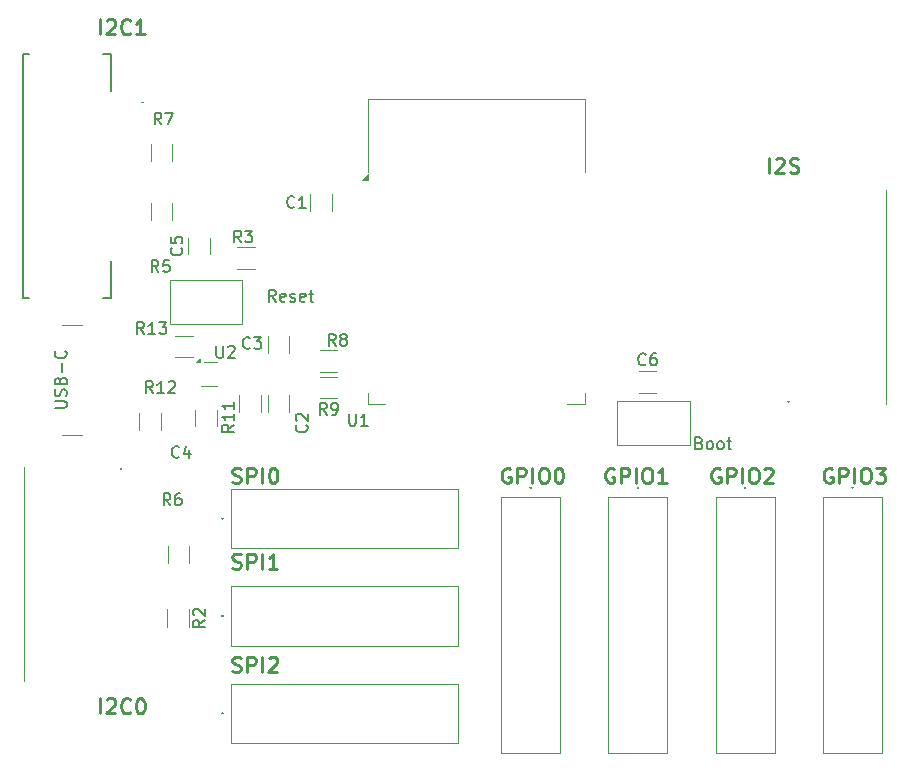
<source format=gbr>
%TF.GenerationSoftware,KiCad,Pcbnew,8.0.8*%
%TF.CreationDate,2025-04-03T15:34:39+02:00*%
%TF.ProjectId,MCU,4d43552e-6b69-4636-9164-5f7063625858,rev?*%
%TF.SameCoordinates,Original*%
%TF.FileFunction,Legend,Top*%
%TF.FilePolarity,Positive*%
%FSLAX46Y46*%
G04 Gerber Fmt 4.6, Leading zero omitted, Abs format (unit mm)*
G04 Created by KiCad (PCBNEW 8.0.8) date 2025-04-03 15:34:39*
%MOMM*%
%LPD*%
G01*
G04 APERTURE LIST*
%ADD10C,0.150000*%
%ADD11C,0.254000*%
%ADD12C,0.120000*%
%ADD13C,0.100000*%
%ADD14C,0.200000*%
G04 APERTURE END LIST*
D10*
X99804819Y-89960951D02*
X100614342Y-89960951D01*
X100614342Y-89960951D02*
X100709580Y-89913332D01*
X100709580Y-89913332D02*
X100757200Y-89865713D01*
X100757200Y-89865713D02*
X100804819Y-89770475D01*
X100804819Y-89770475D02*
X100804819Y-89579999D01*
X100804819Y-89579999D02*
X100757200Y-89484761D01*
X100757200Y-89484761D02*
X100709580Y-89437142D01*
X100709580Y-89437142D02*
X100614342Y-89389523D01*
X100614342Y-89389523D02*
X99804819Y-89389523D01*
X100757200Y-88960951D02*
X100804819Y-88818094D01*
X100804819Y-88818094D02*
X100804819Y-88579999D01*
X100804819Y-88579999D02*
X100757200Y-88484761D01*
X100757200Y-88484761D02*
X100709580Y-88437142D01*
X100709580Y-88437142D02*
X100614342Y-88389523D01*
X100614342Y-88389523D02*
X100519104Y-88389523D01*
X100519104Y-88389523D02*
X100423866Y-88437142D01*
X100423866Y-88437142D02*
X100376247Y-88484761D01*
X100376247Y-88484761D02*
X100328628Y-88579999D01*
X100328628Y-88579999D02*
X100281009Y-88770475D01*
X100281009Y-88770475D02*
X100233390Y-88865713D01*
X100233390Y-88865713D02*
X100185771Y-88913332D01*
X100185771Y-88913332D02*
X100090533Y-88960951D01*
X100090533Y-88960951D02*
X99995295Y-88960951D01*
X99995295Y-88960951D02*
X99900057Y-88913332D01*
X99900057Y-88913332D02*
X99852438Y-88865713D01*
X99852438Y-88865713D02*
X99804819Y-88770475D01*
X99804819Y-88770475D02*
X99804819Y-88532380D01*
X99804819Y-88532380D02*
X99852438Y-88389523D01*
X100281009Y-87627618D02*
X100328628Y-87484761D01*
X100328628Y-87484761D02*
X100376247Y-87437142D01*
X100376247Y-87437142D02*
X100471485Y-87389523D01*
X100471485Y-87389523D02*
X100614342Y-87389523D01*
X100614342Y-87389523D02*
X100709580Y-87437142D01*
X100709580Y-87437142D02*
X100757200Y-87484761D01*
X100757200Y-87484761D02*
X100804819Y-87579999D01*
X100804819Y-87579999D02*
X100804819Y-87960951D01*
X100804819Y-87960951D02*
X99804819Y-87960951D01*
X99804819Y-87960951D02*
X99804819Y-87627618D01*
X99804819Y-87627618D02*
X99852438Y-87532380D01*
X99852438Y-87532380D02*
X99900057Y-87484761D01*
X99900057Y-87484761D02*
X99995295Y-87437142D01*
X99995295Y-87437142D02*
X100090533Y-87437142D01*
X100090533Y-87437142D02*
X100185771Y-87484761D01*
X100185771Y-87484761D02*
X100233390Y-87532380D01*
X100233390Y-87532380D02*
X100281009Y-87627618D01*
X100281009Y-87627618D02*
X100281009Y-87960951D01*
X100423866Y-86960951D02*
X100423866Y-86199047D01*
X100709580Y-85151428D02*
X100757200Y-85199047D01*
X100757200Y-85199047D02*
X100804819Y-85341904D01*
X100804819Y-85341904D02*
X100804819Y-85437142D01*
X100804819Y-85437142D02*
X100757200Y-85579999D01*
X100757200Y-85579999D02*
X100661961Y-85675237D01*
X100661961Y-85675237D02*
X100566723Y-85722856D01*
X100566723Y-85722856D02*
X100376247Y-85770475D01*
X100376247Y-85770475D02*
X100233390Y-85770475D01*
X100233390Y-85770475D02*
X100042914Y-85722856D01*
X100042914Y-85722856D02*
X99947676Y-85675237D01*
X99947676Y-85675237D02*
X99852438Y-85579999D01*
X99852438Y-85579999D02*
X99804819Y-85437142D01*
X99804819Y-85437142D02*
X99804819Y-85341904D01*
X99804819Y-85341904D02*
X99852438Y-85199047D01*
X99852438Y-85199047D02*
X99900057Y-85151428D01*
X115583333Y-75954819D02*
X115250000Y-75478628D01*
X115011905Y-75954819D02*
X115011905Y-74954819D01*
X115011905Y-74954819D02*
X115392857Y-74954819D01*
X115392857Y-74954819D02*
X115488095Y-75002438D01*
X115488095Y-75002438D02*
X115535714Y-75050057D01*
X115535714Y-75050057D02*
X115583333Y-75145295D01*
X115583333Y-75145295D02*
X115583333Y-75288152D01*
X115583333Y-75288152D02*
X115535714Y-75383390D01*
X115535714Y-75383390D02*
X115488095Y-75431009D01*
X115488095Y-75431009D02*
X115392857Y-75478628D01*
X115392857Y-75478628D02*
X115011905Y-75478628D01*
X115916667Y-74954819D02*
X116535714Y-74954819D01*
X116535714Y-74954819D02*
X116202381Y-75335771D01*
X116202381Y-75335771D02*
X116345238Y-75335771D01*
X116345238Y-75335771D02*
X116440476Y-75383390D01*
X116440476Y-75383390D02*
X116488095Y-75431009D01*
X116488095Y-75431009D02*
X116535714Y-75526247D01*
X116535714Y-75526247D02*
X116535714Y-75764342D01*
X116535714Y-75764342D02*
X116488095Y-75859580D01*
X116488095Y-75859580D02*
X116440476Y-75907200D01*
X116440476Y-75907200D02*
X116345238Y-75954819D01*
X116345238Y-75954819D02*
X116059524Y-75954819D01*
X116059524Y-75954819D02*
X115964286Y-75907200D01*
X115964286Y-75907200D02*
X115916667Y-75859580D01*
X116333333Y-84859580D02*
X116285714Y-84907200D01*
X116285714Y-84907200D02*
X116142857Y-84954819D01*
X116142857Y-84954819D02*
X116047619Y-84954819D01*
X116047619Y-84954819D02*
X115904762Y-84907200D01*
X115904762Y-84907200D02*
X115809524Y-84811961D01*
X115809524Y-84811961D02*
X115761905Y-84716723D01*
X115761905Y-84716723D02*
X115714286Y-84526247D01*
X115714286Y-84526247D02*
X115714286Y-84383390D01*
X115714286Y-84383390D02*
X115761905Y-84192914D01*
X115761905Y-84192914D02*
X115809524Y-84097676D01*
X115809524Y-84097676D02*
X115904762Y-84002438D01*
X115904762Y-84002438D02*
X116047619Y-83954819D01*
X116047619Y-83954819D02*
X116142857Y-83954819D01*
X116142857Y-83954819D02*
X116285714Y-84002438D01*
X116285714Y-84002438D02*
X116333333Y-84050057D01*
X116666667Y-83954819D02*
X117285714Y-83954819D01*
X117285714Y-83954819D02*
X116952381Y-84335771D01*
X116952381Y-84335771D02*
X117095238Y-84335771D01*
X117095238Y-84335771D02*
X117190476Y-84383390D01*
X117190476Y-84383390D02*
X117238095Y-84431009D01*
X117238095Y-84431009D02*
X117285714Y-84526247D01*
X117285714Y-84526247D02*
X117285714Y-84764342D01*
X117285714Y-84764342D02*
X117238095Y-84859580D01*
X117238095Y-84859580D02*
X117190476Y-84907200D01*
X117190476Y-84907200D02*
X117095238Y-84954819D01*
X117095238Y-84954819D02*
X116809524Y-84954819D01*
X116809524Y-84954819D02*
X116714286Y-84907200D01*
X116714286Y-84907200D02*
X116666667Y-84859580D01*
X118511904Y-80954819D02*
X118178571Y-80478628D01*
X117940476Y-80954819D02*
X117940476Y-79954819D01*
X117940476Y-79954819D02*
X118321428Y-79954819D01*
X118321428Y-79954819D02*
X118416666Y-80002438D01*
X118416666Y-80002438D02*
X118464285Y-80050057D01*
X118464285Y-80050057D02*
X118511904Y-80145295D01*
X118511904Y-80145295D02*
X118511904Y-80288152D01*
X118511904Y-80288152D02*
X118464285Y-80383390D01*
X118464285Y-80383390D02*
X118416666Y-80431009D01*
X118416666Y-80431009D02*
X118321428Y-80478628D01*
X118321428Y-80478628D02*
X117940476Y-80478628D01*
X119321428Y-80907200D02*
X119226190Y-80954819D01*
X119226190Y-80954819D02*
X119035714Y-80954819D01*
X119035714Y-80954819D02*
X118940476Y-80907200D01*
X118940476Y-80907200D02*
X118892857Y-80811961D01*
X118892857Y-80811961D02*
X118892857Y-80431009D01*
X118892857Y-80431009D02*
X118940476Y-80335771D01*
X118940476Y-80335771D02*
X119035714Y-80288152D01*
X119035714Y-80288152D02*
X119226190Y-80288152D01*
X119226190Y-80288152D02*
X119321428Y-80335771D01*
X119321428Y-80335771D02*
X119369047Y-80431009D01*
X119369047Y-80431009D02*
X119369047Y-80526247D01*
X119369047Y-80526247D02*
X118892857Y-80621485D01*
X119750000Y-80907200D02*
X119845238Y-80954819D01*
X119845238Y-80954819D02*
X120035714Y-80954819D01*
X120035714Y-80954819D02*
X120130952Y-80907200D01*
X120130952Y-80907200D02*
X120178571Y-80811961D01*
X120178571Y-80811961D02*
X120178571Y-80764342D01*
X120178571Y-80764342D02*
X120130952Y-80669104D01*
X120130952Y-80669104D02*
X120035714Y-80621485D01*
X120035714Y-80621485D02*
X119892857Y-80621485D01*
X119892857Y-80621485D02*
X119797619Y-80573866D01*
X119797619Y-80573866D02*
X119750000Y-80478628D01*
X119750000Y-80478628D02*
X119750000Y-80431009D01*
X119750000Y-80431009D02*
X119797619Y-80335771D01*
X119797619Y-80335771D02*
X119892857Y-80288152D01*
X119892857Y-80288152D02*
X120035714Y-80288152D01*
X120035714Y-80288152D02*
X120130952Y-80335771D01*
X120988095Y-80907200D02*
X120892857Y-80954819D01*
X120892857Y-80954819D02*
X120702381Y-80954819D01*
X120702381Y-80954819D02*
X120607143Y-80907200D01*
X120607143Y-80907200D02*
X120559524Y-80811961D01*
X120559524Y-80811961D02*
X120559524Y-80431009D01*
X120559524Y-80431009D02*
X120607143Y-80335771D01*
X120607143Y-80335771D02*
X120702381Y-80288152D01*
X120702381Y-80288152D02*
X120892857Y-80288152D01*
X120892857Y-80288152D02*
X120988095Y-80335771D01*
X120988095Y-80335771D02*
X121035714Y-80431009D01*
X121035714Y-80431009D02*
X121035714Y-80526247D01*
X121035714Y-80526247D02*
X120559524Y-80621485D01*
X121321429Y-80288152D02*
X121702381Y-80288152D01*
X121464286Y-79954819D02*
X121464286Y-80811961D01*
X121464286Y-80811961D02*
X121511905Y-80907200D01*
X121511905Y-80907200D02*
X121607143Y-80954819D01*
X121607143Y-80954819D02*
X121702381Y-80954819D01*
X123583333Y-84704819D02*
X123250000Y-84228628D01*
X123011905Y-84704819D02*
X123011905Y-83704819D01*
X123011905Y-83704819D02*
X123392857Y-83704819D01*
X123392857Y-83704819D02*
X123488095Y-83752438D01*
X123488095Y-83752438D02*
X123535714Y-83800057D01*
X123535714Y-83800057D02*
X123583333Y-83895295D01*
X123583333Y-83895295D02*
X123583333Y-84038152D01*
X123583333Y-84038152D02*
X123535714Y-84133390D01*
X123535714Y-84133390D02*
X123488095Y-84181009D01*
X123488095Y-84181009D02*
X123392857Y-84228628D01*
X123392857Y-84228628D02*
X123011905Y-84228628D01*
X124154762Y-84133390D02*
X124059524Y-84085771D01*
X124059524Y-84085771D02*
X124011905Y-84038152D01*
X124011905Y-84038152D02*
X123964286Y-83942914D01*
X123964286Y-83942914D02*
X123964286Y-83895295D01*
X123964286Y-83895295D02*
X124011905Y-83800057D01*
X124011905Y-83800057D02*
X124059524Y-83752438D01*
X124059524Y-83752438D02*
X124154762Y-83704819D01*
X124154762Y-83704819D02*
X124345238Y-83704819D01*
X124345238Y-83704819D02*
X124440476Y-83752438D01*
X124440476Y-83752438D02*
X124488095Y-83800057D01*
X124488095Y-83800057D02*
X124535714Y-83895295D01*
X124535714Y-83895295D02*
X124535714Y-83942914D01*
X124535714Y-83942914D02*
X124488095Y-84038152D01*
X124488095Y-84038152D02*
X124440476Y-84085771D01*
X124440476Y-84085771D02*
X124345238Y-84133390D01*
X124345238Y-84133390D02*
X124154762Y-84133390D01*
X124154762Y-84133390D02*
X124059524Y-84181009D01*
X124059524Y-84181009D02*
X124011905Y-84228628D01*
X124011905Y-84228628D02*
X123964286Y-84323866D01*
X123964286Y-84323866D02*
X123964286Y-84514342D01*
X123964286Y-84514342D02*
X124011905Y-84609580D01*
X124011905Y-84609580D02*
X124059524Y-84657200D01*
X124059524Y-84657200D02*
X124154762Y-84704819D01*
X124154762Y-84704819D02*
X124345238Y-84704819D01*
X124345238Y-84704819D02*
X124440476Y-84657200D01*
X124440476Y-84657200D02*
X124488095Y-84609580D01*
X124488095Y-84609580D02*
X124535714Y-84514342D01*
X124535714Y-84514342D02*
X124535714Y-84323866D01*
X124535714Y-84323866D02*
X124488095Y-84228628D01*
X124488095Y-84228628D02*
X124440476Y-84181009D01*
X124440476Y-84181009D02*
X124345238Y-84133390D01*
X154380952Y-92931009D02*
X154523809Y-92978628D01*
X154523809Y-92978628D02*
X154571428Y-93026247D01*
X154571428Y-93026247D02*
X154619047Y-93121485D01*
X154619047Y-93121485D02*
X154619047Y-93264342D01*
X154619047Y-93264342D02*
X154571428Y-93359580D01*
X154571428Y-93359580D02*
X154523809Y-93407200D01*
X154523809Y-93407200D02*
X154428571Y-93454819D01*
X154428571Y-93454819D02*
X154047619Y-93454819D01*
X154047619Y-93454819D02*
X154047619Y-92454819D01*
X154047619Y-92454819D02*
X154380952Y-92454819D01*
X154380952Y-92454819D02*
X154476190Y-92502438D01*
X154476190Y-92502438D02*
X154523809Y-92550057D01*
X154523809Y-92550057D02*
X154571428Y-92645295D01*
X154571428Y-92645295D02*
X154571428Y-92740533D01*
X154571428Y-92740533D02*
X154523809Y-92835771D01*
X154523809Y-92835771D02*
X154476190Y-92883390D01*
X154476190Y-92883390D02*
X154380952Y-92931009D01*
X154380952Y-92931009D02*
X154047619Y-92931009D01*
X155190476Y-93454819D02*
X155095238Y-93407200D01*
X155095238Y-93407200D02*
X155047619Y-93359580D01*
X155047619Y-93359580D02*
X155000000Y-93264342D01*
X155000000Y-93264342D02*
X155000000Y-92978628D01*
X155000000Y-92978628D02*
X155047619Y-92883390D01*
X155047619Y-92883390D02*
X155095238Y-92835771D01*
X155095238Y-92835771D02*
X155190476Y-92788152D01*
X155190476Y-92788152D02*
X155333333Y-92788152D01*
X155333333Y-92788152D02*
X155428571Y-92835771D01*
X155428571Y-92835771D02*
X155476190Y-92883390D01*
X155476190Y-92883390D02*
X155523809Y-92978628D01*
X155523809Y-92978628D02*
X155523809Y-93264342D01*
X155523809Y-93264342D02*
X155476190Y-93359580D01*
X155476190Y-93359580D02*
X155428571Y-93407200D01*
X155428571Y-93407200D02*
X155333333Y-93454819D01*
X155333333Y-93454819D02*
X155190476Y-93454819D01*
X156095238Y-93454819D02*
X156000000Y-93407200D01*
X156000000Y-93407200D02*
X155952381Y-93359580D01*
X155952381Y-93359580D02*
X155904762Y-93264342D01*
X155904762Y-93264342D02*
X155904762Y-92978628D01*
X155904762Y-92978628D02*
X155952381Y-92883390D01*
X155952381Y-92883390D02*
X156000000Y-92835771D01*
X156000000Y-92835771D02*
X156095238Y-92788152D01*
X156095238Y-92788152D02*
X156238095Y-92788152D01*
X156238095Y-92788152D02*
X156333333Y-92835771D01*
X156333333Y-92835771D02*
X156380952Y-92883390D01*
X156380952Y-92883390D02*
X156428571Y-92978628D01*
X156428571Y-92978628D02*
X156428571Y-93264342D01*
X156428571Y-93264342D02*
X156380952Y-93359580D01*
X156380952Y-93359580D02*
X156333333Y-93407200D01*
X156333333Y-93407200D02*
X156238095Y-93454819D01*
X156238095Y-93454819D02*
X156095238Y-93454819D01*
X156714286Y-92788152D02*
X157095238Y-92788152D01*
X156857143Y-92454819D02*
X156857143Y-93311961D01*
X156857143Y-93311961D02*
X156904762Y-93407200D01*
X156904762Y-93407200D02*
X157000000Y-93454819D01*
X157000000Y-93454819D02*
X157095238Y-93454819D01*
D11*
X114844999Y-103513842D02*
X115026428Y-103574318D01*
X115026428Y-103574318D02*
X115328809Y-103574318D01*
X115328809Y-103574318D02*
X115449761Y-103513842D01*
X115449761Y-103513842D02*
X115510237Y-103453365D01*
X115510237Y-103453365D02*
X115570714Y-103332413D01*
X115570714Y-103332413D02*
X115570714Y-103211461D01*
X115570714Y-103211461D02*
X115510237Y-103090508D01*
X115510237Y-103090508D02*
X115449761Y-103030032D01*
X115449761Y-103030032D02*
X115328809Y-102969556D01*
X115328809Y-102969556D02*
X115086904Y-102909080D01*
X115086904Y-102909080D02*
X114965952Y-102848603D01*
X114965952Y-102848603D02*
X114905475Y-102788127D01*
X114905475Y-102788127D02*
X114844999Y-102667175D01*
X114844999Y-102667175D02*
X114844999Y-102546222D01*
X114844999Y-102546222D02*
X114905475Y-102425270D01*
X114905475Y-102425270D02*
X114965952Y-102364794D01*
X114965952Y-102364794D02*
X115086904Y-102304318D01*
X115086904Y-102304318D02*
X115389285Y-102304318D01*
X115389285Y-102304318D02*
X115570714Y-102364794D01*
X116114999Y-103574318D02*
X116114999Y-102304318D01*
X116114999Y-102304318D02*
X116598809Y-102304318D01*
X116598809Y-102304318D02*
X116719761Y-102364794D01*
X116719761Y-102364794D02*
X116780238Y-102425270D01*
X116780238Y-102425270D02*
X116840714Y-102546222D01*
X116840714Y-102546222D02*
X116840714Y-102727651D01*
X116840714Y-102727651D02*
X116780238Y-102848603D01*
X116780238Y-102848603D02*
X116719761Y-102909080D01*
X116719761Y-102909080D02*
X116598809Y-102969556D01*
X116598809Y-102969556D02*
X116114999Y-102969556D01*
X117384999Y-103574318D02*
X117384999Y-102304318D01*
X118655000Y-103574318D02*
X117929285Y-103574318D01*
X118292142Y-103574318D02*
X118292142Y-102304318D01*
X118292142Y-102304318D02*
X118171190Y-102485746D01*
X118171190Y-102485746D02*
X118050238Y-102606699D01*
X118050238Y-102606699D02*
X117929285Y-102667175D01*
X103655475Y-58324318D02*
X103655475Y-57054318D01*
X104199761Y-57175270D02*
X104260237Y-57114794D01*
X104260237Y-57114794D02*
X104381190Y-57054318D01*
X104381190Y-57054318D02*
X104683571Y-57054318D01*
X104683571Y-57054318D02*
X104804523Y-57114794D01*
X104804523Y-57114794D02*
X104864999Y-57175270D01*
X104864999Y-57175270D02*
X104925476Y-57296222D01*
X104925476Y-57296222D02*
X104925476Y-57417175D01*
X104925476Y-57417175D02*
X104864999Y-57598603D01*
X104864999Y-57598603D02*
X104139285Y-58324318D01*
X104139285Y-58324318D02*
X104925476Y-58324318D01*
X106195476Y-58203365D02*
X106135000Y-58263842D01*
X106135000Y-58263842D02*
X105953571Y-58324318D01*
X105953571Y-58324318D02*
X105832619Y-58324318D01*
X105832619Y-58324318D02*
X105651190Y-58263842D01*
X105651190Y-58263842D02*
X105530238Y-58142889D01*
X105530238Y-58142889D02*
X105469761Y-58021937D01*
X105469761Y-58021937D02*
X105409285Y-57780032D01*
X105409285Y-57780032D02*
X105409285Y-57598603D01*
X105409285Y-57598603D02*
X105469761Y-57356699D01*
X105469761Y-57356699D02*
X105530238Y-57235746D01*
X105530238Y-57235746D02*
X105651190Y-57114794D01*
X105651190Y-57114794D02*
X105832619Y-57054318D01*
X105832619Y-57054318D02*
X105953571Y-57054318D01*
X105953571Y-57054318D02*
X106135000Y-57114794D01*
X106135000Y-57114794D02*
X106195476Y-57175270D01*
X107405000Y-58324318D02*
X106679285Y-58324318D01*
X107042142Y-58324318D02*
X107042142Y-57054318D01*
X107042142Y-57054318D02*
X106921190Y-57235746D01*
X106921190Y-57235746D02*
X106800238Y-57356699D01*
X106800238Y-57356699D02*
X106679285Y-57417175D01*
D10*
X114954819Y-91392857D02*
X114478628Y-91726190D01*
X114954819Y-91964285D02*
X113954819Y-91964285D01*
X113954819Y-91964285D02*
X113954819Y-91583333D01*
X113954819Y-91583333D02*
X114002438Y-91488095D01*
X114002438Y-91488095D02*
X114050057Y-91440476D01*
X114050057Y-91440476D02*
X114145295Y-91392857D01*
X114145295Y-91392857D02*
X114288152Y-91392857D01*
X114288152Y-91392857D02*
X114383390Y-91440476D01*
X114383390Y-91440476D02*
X114431009Y-91488095D01*
X114431009Y-91488095D02*
X114478628Y-91583333D01*
X114478628Y-91583333D02*
X114478628Y-91964285D01*
X114954819Y-90440476D02*
X114954819Y-91011904D01*
X114954819Y-90726190D02*
X113954819Y-90726190D01*
X113954819Y-90726190D02*
X114097676Y-90821428D01*
X114097676Y-90821428D02*
X114192914Y-90916666D01*
X114192914Y-90916666D02*
X114240533Y-91011904D01*
X114954819Y-89488095D02*
X114954819Y-90059523D01*
X114954819Y-89773809D02*
X113954819Y-89773809D01*
X113954819Y-89773809D02*
X114097676Y-89869047D01*
X114097676Y-89869047D02*
X114192914Y-89964285D01*
X114192914Y-89964285D02*
X114240533Y-90059523D01*
D11*
X138375238Y-95114794D02*
X138254285Y-95054318D01*
X138254285Y-95054318D02*
X138072857Y-95054318D01*
X138072857Y-95054318D02*
X137891428Y-95114794D01*
X137891428Y-95114794D02*
X137770476Y-95235746D01*
X137770476Y-95235746D02*
X137709999Y-95356699D01*
X137709999Y-95356699D02*
X137649523Y-95598603D01*
X137649523Y-95598603D02*
X137649523Y-95780032D01*
X137649523Y-95780032D02*
X137709999Y-96021937D01*
X137709999Y-96021937D02*
X137770476Y-96142889D01*
X137770476Y-96142889D02*
X137891428Y-96263842D01*
X137891428Y-96263842D02*
X138072857Y-96324318D01*
X138072857Y-96324318D02*
X138193809Y-96324318D01*
X138193809Y-96324318D02*
X138375238Y-96263842D01*
X138375238Y-96263842D02*
X138435714Y-96203365D01*
X138435714Y-96203365D02*
X138435714Y-95780032D01*
X138435714Y-95780032D02*
X138193809Y-95780032D01*
X138979999Y-96324318D02*
X138979999Y-95054318D01*
X138979999Y-95054318D02*
X139463809Y-95054318D01*
X139463809Y-95054318D02*
X139584761Y-95114794D01*
X139584761Y-95114794D02*
X139645238Y-95175270D01*
X139645238Y-95175270D02*
X139705714Y-95296222D01*
X139705714Y-95296222D02*
X139705714Y-95477651D01*
X139705714Y-95477651D02*
X139645238Y-95598603D01*
X139645238Y-95598603D02*
X139584761Y-95659080D01*
X139584761Y-95659080D02*
X139463809Y-95719556D01*
X139463809Y-95719556D02*
X138979999Y-95719556D01*
X140249999Y-96324318D02*
X140249999Y-95054318D01*
X141096666Y-95054318D02*
X141338571Y-95054318D01*
X141338571Y-95054318D02*
X141459523Y-95114794D01*
X141459523Y-95114794D02*
X141580476Y-95235746D01*
X141580476Y-95235746D02*
X141640952Y-95477651D01*
X141640952Y-95477651D02*
X141640952Y-95900984D01*
X141640952Y-95900984D02*
X141580476Y-96142889D01*
X141580476Y-96142889D02*
X141459523Y-96263842D01*
X141459523Y-96263842D02*
X141338571Y-96324318D01*
X141338571Y-96324318D02*
X141096666Y-96324318D01*
X141096666Y-96324318D02*
X140975714Y-96263842D01*
X140975714Y-96263842D02*
X140854761Y-96142889D01*
X140854761Y-96142889D02*
X140794285Y-95900984D01*
X140794285Y-95900984D02*
X140794285Y-95477651D01*
X140794285Y-95477651D02*
X140854761Y-95235746D01*
X140854761Y-95235746D02*
X140975714Y-95114794D01*
X140975714Y-95114794D02*
X141096666Y-95054318D01*
X142427142Y-95054318D02*
X142548095Y-95054318D01*
X142548095Y-95054318D02*
X142669047Y-95114794D01*
X142669047Y-95114794D02*
X142729523Y-95175270D01*
X142729523Y-95175270D02*
X142789999Y-95296222D01*
X142789999Y-95296222D02*
X142850476Y-95538127D01*
X142850476Y-95538127D02*
X142850476Y-95840508D01*
X142850476Y-95840508D02*
X142789999Y-96082413D01*
X142789999Y-96082413D02*
X142729523Y-96203365D01*
X142729523Y-96203365D02*
X142669047Y-96263842D01*
X142669047Y-96263842D02*
X142548095Y-96324318D01*
X142548095Y-96324318D02*
X142427142Y-96324318D01*
X142427142Y-96324318D02*
X142306190Y-96263842D01*
X142306190Y-96263842D02*
X142245714Y-96203365D01*
X142245714Y-96203365D02*
X142185237Y-96082413D01*
X142185237Y-96082413D02*
X142124761Y-95840508D01*
X142124761Y-95840508D02*
X142124761Y-95538127D01*
X142124761Y-95538127D02*
X142185237Y-95296222D01*
X142185237Y-95296222D02*
X142245714Y-95175270D01*
X142245714Y-95175270D02*
X142306190Y-95114794D01*
X142306190Y-95114794D02*
X142427142Y-95054318D01*
X114844999Y-112263842D02*
X115026428Y-112324318D01*
X115026428Y-112324318D02*
X115328809Y-112324318D01*
X115328809Y-112324318D02*
X115449761Y-112263842D01*
X115449761Y-112263842D02*
X115510237Y-112203365D01*
X115510237Y-112203365D02*
X115570714Y-112082413D01*
X115570714Y-112082413D02*
X115570714Y-111961461D01*
X115570714Y-111961461D02*
X115510237Y-111840508D01*
X115510237Y-111840508D02*
X115449761Y-111780032D01*
X115449761Y-111780032D02*
X115328809Y-111719556D01*
X115328809Y-111719556D02*
X115086904Y-111659080D01*
X115086904Y-111659080D02*
X114965952Y-111598603D01*
X114965952Y-111598603D02*
X114905475Y-111538127D01*
X114905475Y-111538127D02*
X114844999Y-111417175D01*
X114844999Y-111417175D02*
X114844999Y-111296222D01*
X114844999Y-111296222D02*
X114905475Y-111175270D01*
X114905475Y-111175270D02*
X114965952Y-111114794D01*
X114965952Y-111114794D02*
X115086904Y-111054318D01*
X115086904Y-111054318D02*
X115389285Y-111054318D01*
X115389285Y-111054318D02*
X115570714Y-111114794D01*
X116114999Y-112324318D02*
X116114999Y-111054318D01*
X116114999Y-111054318D02*
X116598809Y-111054318D01*
X116598809Y-111054318D02*
X116719761Y-111114794D01*
X116719761Y-111114794D02*
X116780238Y-111175270D01*
X116780238Y-111175270D02*
X116840714Y-111296222D01*
X116840714Y-111296222D02*
X116840714Y-111477651D01*
X116840714Y-111477651D02*
X116780238Y-111598603D01*
X116780238Y-111598603D02*
X116719761Y-111659080D01*
X116719761Y-111659080D02*
X116598809Y-111719556D01*
X116598809Y-111719556D02*
X116114999Y-111719556D01*
X117384999Y-112324318D02*
X117384999Y-111054318D01*
X117929285Y-111175270D02*
X117989761Y-111114794D01*
X117989761Y-111114794D02*
X118110714Y-111054318D01*
X118110714Y-111054318D02*
X118413095Y-111054318D01*
X118413095Y-111054318D02*
X118534047Y-111114794D01*
X118534047Y-111114794D02*
X118594523Y-111175270D01*
X118594523Y-111175270D02*
X118655000Y-111296222D01*
X118655000Y-111296222D02*
X118655000Y-111417175D01*
X118655000Y-111417175D02*
X118594523Y-111598603D01*
X118594523Y-111598603D02*
X117868809Y-112324318D01*
X117868809Y-112324318D02*
X118655000Y-112324318D01*
X165625238Y-95114794D02*
X165504285Y-95054318D01*
X165504285Y-95054318D02*
X165322857Y-95054318D01*
X165322857Y-95054318D02*
X165141428Y-95114794D01*
X165141428Y-95114794D02*
X165020476Y-95235746D01*
X165020476Y-95235746D02*
X164959999Y-95356699D01*
X164959999Y-95356699D02*
X164899523Y-95598603D01*
X164899523Y-95598603D02*
X164899523Y-95780032D01*
X164899523Y-95780032D02*
X164959999Y-96021937D01*
X164959999Y-96021937D02*
X165020476Y-96142889D01*
X165020476Y-96142889D02*
X165141428Y-96263842D01*
X165141428Y-96263842D02*
X165322857Y-96324318D01*
X165322857Y-96324318D02*
X165443809Y-96324318D01*
X165443809Y-96324318D02*
X165625238Y-96263842D01*
X165625238Y-96263842D02*
X165685714Y-96203365D01*
X165685714Y-96203365D02*
X165685714Y-95780032D01*
X165685714Y-95780032D02*
X165443809Y-95780032D01*
X166229999Y-96324318D02*
X166229999Y-95054318D01*
X166229999Y-95054318D02*
X166713809Y-95054318D01*
X166713809Y-95054318D02*
X166834761Y-95114794D01*
X166834761Y-95114794D02*
X166895238Y-95175270D01*
X166895238Y-95175270D02*
X166955714Y-95296222D01*
X166955714Y-95296222D02*
X166955714Y-95477651D01*
X166955714Y-95477651D02*
X166895238Y-95598603D01*
X166895238Y-95598603D02*
X166834761Y-95659080D01*
X166834761Y-95659080D02*
X166713809Y-95719556D01*
X166713809Y-95719556D02*
X166229999Y-95719556D01*
X167499999Y-96324318D02*
X167499999Y-95054318D01*
X168346666Y-95054318D02*
X168588571Y-95054318D01*
X168588571Y-95054318D02*
X168709523Y-95114794D01*
X168709523Y-95114794D02*
X168830476Y-95235746D01*
X168830476Y-95235746D02*
X168890952Y-95477651D01*
X168890952Y-95477651D02*
X168890952Y-95900984D01*
X168890952Y-95900984D02*
X168830476Y-96142889D01*
X168830476Y-96142889D02*
X168709523Y-96263842D01*
X168709523Y-96263842D02*
X168588571Y-96324318D01*
X168588571Y-96324318D02*
X168346666Y-96324318D01*
X168346666Y-96324318D02*
X168225714Y-96263842D01*
X168225714Y-96263842D02*
X168104761Y-96142889D01*
X168104761Y-96142889D02*
X168044285Y-95900984D01*
X168044285Y-95900984D02*
X168044285Y-95477651D01*
X168044285Y-95477651D02*
X168104761Y-95235746D01*
X168104761Y-95235746D02*
X168225714Y-95114794D01*
X168225714Y-95114794D02*
X168346666Y-95054318D01*
X169314285Y-95054318D02*
X170100476Y-95054318D01*
X170100476Y-95054318D02*
X169677142Y-95538127D01*
X169677142Y-95538127D02*
X169858571Y-95538127D01*
X169858571Y-95538127D02*
X169979523Y-95598603D01*
X169979523Y-95598603D02*
X170039999Y-95659080D01*
X170039999Y-95659080D02*
X170100476Y-95780032D01*
X170100476Y-95780032D02*
X170100476Y-96082413D01*
X170100476Y-96082413D02*
X170039999Y-96203365D01*
X170039999Y-96203365D02*
X169979523Y-96263842D01*
X169979523Y-96263842D02*
X169858571Y-96324318D01*
X169858571Y-96324318D02*
X169495714Y-96324318D01*
X169495714Y-96324318D02*
X169374761Y-96263842D01*
X169374761Y-96263842D02*
X169314285Y-96203365D01*
D10*
X121109580Y-91416666D02*
X121157200Y-91464285D01*
X121157200Y-91464285D02*
X121204819Y-91607142D01*
X121204819Y-91607142D02*
X121204819Y-91702380D01*
X121204819Y-91702380D02*
X121157200Y-91845237D01*
X121157200Y-91845237D02*
X121061961Y-91940475D01*
X121061961Y-91940475D02*
X120966723Y-91988094D01*
X120966723Y-91988094D02*
X120776247Y-92035713D01*
X120776247Y-92035713D02*
X120633390Y-92035713D01*
X120633390Y-92035713D02*
X120442914Y-91988094D01*
X120442914Y-91988094D02*
X120347676Y-91940475D01*
X120347676Y-91940475D02*
X120252438Y-91845237D01*
X120252438Y-91845237D02*
X120204819Y-91702380D01*
X120204819Y-91702380D02*
X120204819Y-91607142D01*
X120204819Y-91607142D02*
X120252438Y-91464285D01*
X120252438Y-91464285D02*
X120300057Y-91416666D01*
X120300057Y-91035713D02*
X120252438Y-90988094D01*
X120252438Y-90988094D02*
X120204819Y-90892856D01*
X120204819Y-90892856D02*
X120204819Y-90654761D01*
X120204819Y-90654761D02*
X120252438Y-90559523D01*
X120252438Y-90559523D02*
X120300057Y-90511904D01*
X120300057Y-90511904D02*
X120395295Y-90464285D01*
X120395295Y-90464285D02*
X120490533Y-90464285D01*
X120490533Y-90464285D02*
X120633390Y-90511904D01*
X120633390Y-90511904D02*
X121204819Y-91083332D01*
X121204819Y-91083332D02*
X121204819Y-90464285D01*
X113488095Y-84704819D02*
X113488095Y-85514342D01*
X113488095Y-85514342D02*
X113535714Y-85609580D01*
X113535714Y-85609580D02*
X113583333Y-85657200D01*
X113583333Y-85657200D02*
X113678571Y-85704819D01*
X113678571Y-85704819D02*
X113869047Y-85704819D01*
X113869047Y-85704819D02*
X113964285Y-85657200D01*
X113964285Y-85657200D02*
X114011904Y-85609580D01*
X114011904Y-85609580D02*
X114059523Y-85514342D01*
X114059523Y-85514342D02*
X114059523Y-84704819D01*
X114488095Y-84800057D02*
X114535714Y-84752438D01*
X114535714Y-84752438D02*
X114630952Y-84704819D01*
X114630952Y-84704819D02*
X114869047Y-84704819D01*
X114869047Y-84704819D02*
X114964285Y-84752438D01*
X114964285Y-84752438D02*
X115011904Y-84800057D01*
X115011904Y-84800057D02*
X115059523Y-84895295D01*
X115059523Y-84895295D02*
X115059523Y-84990533D01*
X115059523Y-84990533D02*
X115011904Y-85133390D01*
X115011904Y-85133390D02*
X114440476Y-85704819D01*
X114440476Y-85704819D02*
X115059523Y-85704819D01*
D11*
X156125238Y-95114794D02*
X156004285Y-95054318D01*
X156004285Y-95054318D02*
X155822857Y-95054318D01*
X155822857Y-95054318D02*
X155641428Y-95114794D01*
X155641428Y-95114794D02*
X155520476Y-95235746D01*
X155520476Y-95235746D02*
X155459999Y-95356699D01*
X155459999Y-95356699D02*
X155399523Y-95598603D01*
X155399523Y-95598603D02*
X155399523Y-95780032D01*
X155399523Y-95780032D02*
X155459999Y-96021937D01*
X155459999Y-96021937D02*
X155520476Y-96142889D01*
X155520476Y-96142889D02*
X155641428Y-96263842D01*
X155641428Y-96263842D02*
X155822857Y-96324318D01*
X155822857Y-96324318D02*
X155943809Y-96324318D01*
X155943809Y-96324318D02*
X156125238Y-96263842D01*
X156125238Y-96263842D02*
X156185714Y-96203365D01*
X156185714Y-96203365D02*
X156185714Y-95780032D01*
X156185714Y-95780032D02*
X155943809Y-95780032D01*
X156729999Y-96324318D02*
X156729999Y-95054318D01*
X156729999Y-95054318D02*
X157213809Y-95054318D01*
X157213809Y-95054318D02*
X157334761Y-95114794D01*
X157334761Y-95114794D02*
X157395238Y-95175270D01*
X157395238Y-95175270D02*
X157455714Y-95296222D01*
X157455714Y-95296222D02*
X157455714Y-95477651D01*
X157455714Y-95477651D02*
X157395238Y-95598603D01*
X157395238Y-95598603D02*
X157334761Y-95659080D01*
X157334761Y-95659080D02*
X157213809Y-95719556D01*
X157213809Y-95719556D02*
X156729999Y-95719556D01*
X157999999Y-96324318D02*
X157999999Y-95054318D01*
X158846666Y-95054318D02*
X159088571Y-95054318D01*
X159088571Y-95054318D02*
X159209523Y-95114794D01*
X159209523Y-95114794D02*
X159330476Y-95235746D01*
X159330476Y-95235746D02*
X159390952Y-95477651D01*
X159390952Y-95477651D02*
X159390952Y-95900984D01*
X159390952Y-95900984D02*
X159330476Y-96142889D01*
X159330476Y-96142889D02*
X159209523Y-96263842D01*
X159209523Y-96263842D02*
X159088571Y-96324318D01*
X159088571Y-96324318D02*
X158846666Y-96324318D01*
X158846666Y-96324318D02*
X158725714Y-96263842D01*
X158725714Y-96263842D02*
X158604761Y-96142889D01*
X158604761Y-96142889D02*
X158544285Y-95900984D01*
X158544285Y-95900984D02*
X158544285Y-95477651D01*
X158544285Y-95477651D02*
X158604761Y-95235746D01*
X158604761Y-95235746D02*
X158725714Y-95114794D01*
X158725714Y-95114794D02*
X158846666Y-95054318D01*
X159874761Y-95175270D02*
X159935237Y-95114794D01*
X159935237Y-95114794D02*
X160056190Y-95054318D01*
X160056190Y-95054318D02*
X160358571Y-95054318D01*
X160358571Y-95054318D02*
X160479523Y-95114794D01*
X160479523Y-95114794D02*
X160539999Y-95175270D01*
X160539999Y-95175270D02*
X160600476Y-95296222D01*
X160600476Y-95296222D02*
X160600476Y-95417175D01*
X160600476Y-95417175D02*
X160539999Y-95598603D01*
X160539999Y-95598603D02*
X159814285Y-96324318D01*
X159814285Y-96324318D02*
X160600476Y-96324318D01*
D10*
X124738095Y-90454819D02*
X124738095Y-91264342D01*
X124738095Y-91264342D02*
X124785714Y-91359580D01*
X124785714Y-91359580D02*
X124833333Y-91407200D01*
X124833333Y-91407200D02*
X124928571Y-91454819D01*
X124928571Y-91454819D02*
X125119047Y-91454819D01*
X125119047Y-91454819D02*
X125214285Y-91407200D01*
X125214285Y-91407200D02*
X125261904Y-91359580D01*
X125261904Y-91359580D02*
X125309523Y-91264342D01*
X125309523Y-91264342D02*
X125309523Y-90454819D01*
X126309523Y-91454819D02*
X125738095Y-91454819D01*
X126023809Y-91454819D02*
X126023809Y-90454819D01*
X126023809Y-90454819D02*
X125928571Y-90597676D01*
X125928571Y-90597676D02*
X125833333Y-90692914D01*
X125833333Y-90692914D02*
X125738095Y-90740533D01*
X120083333Y-72939580D02*
X120035714Y-72987200D01*
X120035714Y-72987200D02*
X119892857Y-73034819D01*
X119892857Y-73034819D02*
X119797619Y-73034819D01*
X119797619Y-73034819D02*
X119654762Y-72987200D01*
X119654762Y-72987200D02*
X119559524Y-72891961D01*
X119559524Y-72891961D02*
X119511905Y-72796723D01*
X119511905Y-72796723D02*
X119464286Y-72606247D01*
X119464286Y-72606247D02*
X119464286Y-72463390D01*
X119464286Y-72463390D02*
X119511905Y-72272914D01*
X119511905Y-72272914D02*
X119559524Y-72177676D01*
X119559524Y-72177676D02*
X119654762Y-72082438D01*
X119654762Y-72082438D02*
X119797619Y-72034819D01*
X119797619Y-72034819D02*
X119892857Y-72034819D01*
X119892857Y-72034819D02*
X120035714Y-72082438D01*
X120035714Y-72082438D02*
X120083333Y-72130057D01*
X121035714Y-73034819D02*
X120464286Y-73034819D01*
X120750000Y-73034819D02*
X120750000Y-72034819D01*
X120750000Y-72034819D02*
X120654762Y-72177676D01*
X120654762Y-72177676D02*
X120559524Y-72272914D01*
X120559524Y-72272914D02*
X120464286Y-72320533D01*
X110509580Y-76416666D02*
X110557200Y-76464285D01*
X110557200Y-76464285D02*
X110604819Y-76607142D01*
X110604819Y-76607142D02*
X110604819Y-76702380D01*
X110604819Y-76702380D02*
X110557200Y-76845237D01*
X110557200Y-76845237D02*
X110461961Y-76940475D01*
X110461961Y-76940475D02*
X110366723Y-76988094D01*
X110366723Y-76988094D02*
X110176247Y-77035713D01*
X110176247Y-77035713D02*
X110033390Y-77035713D01*
X110033390Y-77035713D02*
X109842914Y-76988094D01*
X109842914Y-76988094D02*
X109747676Y-76940475D01*
X109747676Y-76940475D02*
X109652438Y-76845237D01*
X109652438Y-76845237D02*
X109604819Y-76702380D01*
X109604819Y-76702380D02*
X109604819Y-76607142D01*
X109604819Y-76607142D02*
X109652438Y-76464285D01*
X109652438Y-76464285D02*
X109700057Y-76416666D01*
X109604819Y-75511904D02*
X109604819Y-75988094D01*
X109604819Y-75988094D02*
X110081009Y-76035713D01*
X110081009Y-76035713D02*
X110033390Y-75988094D01*
X110033390Y-75988094D02*
X109985771Y-75892856D01*
X109985771Y-75892856D02*
X109985771Y-75654761D01*
X109985771Y-75654761D02*
X110033390Y-75559523D01*
X110033390Y-75559523D02*
X110081009Y-75511904D01*
X110081009Y-75511904D02*
X110176247Y-75464285D01*
X110176247Y-75464285D02*
X110414342Y-75464285D01*
X110414342Y-75464285D02*
X110509580Y-75511904D01*
X110509580Y-75511904D02*
X110557200Y-75559523D01*
X110557200Y-75559523D02*
X110604819Y-75654761D01*
X110604819Y-75654761D02*
X110604819Y-75892856D01*
X110604819Y-75892856D02*
X110557200Y-75988094D01*
X110557200Y-75988094D02*
X110509580Y-76035713D01*
X108583333Y-78454819D02*
X108250000Y-77978628D01*
X108011905Y-78454819D02*
X108011905Y-77454819D01*
X108011905Y-77454819D02*
X108392857Y-77454819D01*
X108392857Y-77454819D02*
X108488095Y-77502438D01*
X108488095Y-77502438D02*
X108535714Y-77550057D01*
X108535714Y-77550057D02*
X108583333Y-77645295D01*
X108583333Y-77645295D02*
X108583333Y-77788152D01*
X108583333Y-77788152D02*
X108535714Y-77883390D01*
X108535714Y-77883390D02*
X108488095Y-77931009D01*
X108488095Y-77931009D02*
X108392857Y-77978628D01*
X108392857Y-77978628D02*
X108011905Y-77978628D01*
X109488095Y-77454819D02*
X109011905Y-77454819D01*
X109011905Y-77454819D02*
X108964286Y-77931009D01*
X108964286Y-77931009D02*
X109011905Y-77883390D01*
X109011905Y-77883390D02*
X109107143Y-77835771D01*
X109107143Y-77835771D02*
X109345238Y-77835771D01*
X109345238Y-77835771D02*
X109440476Y-77883390D01*
X109440476Y-77883390D02*
X109488095Y-77931009D01*
X109488095Y-77931009D02*
X109535714Y-78026247D01*
X109535714Y-78026247D02*
X109535714Y-78264342D01*
X109535714Y-78264342D02*
X109488095Y-78359580D01*
X109488095Y-78359580D02*
X109440476Y-78407200D01*
X109440476Y-78407200D02*
X109345238Y-78454819D01*
X109345238Y-78454819D02*
X109107143Y-78454819D01*
X109107143Y-78454819D02*
X109011905Y-78407200D01*
X109011905Y-78407200D02*
X108964286Y-78359580D01*
D11*
X160290475Y-70074318D02*
X160290475Y-68804318D01*
X160834761Y-68925270D02*
X160895237Y-68864794D01*
X160895237Y-68864794D02*
X161016190Y-68804318D01*
X161016190Y-68804318D02*
X161318571Y-68804318D01*
X161318571Y-68804318D02*
X161439523Y-68864794D01*
X161439523Y-68864794D02*
X161499999Y-68925270D01*
X161499999Y-68925270D02*
X161560476Y-69046222D01*
X161560476Y-69046222D02*
X161560476Y-69167175D01*
X161560476Y-69167175D02*
X161499999Y-69348603D01*
X161499999Y-69348603D02*
X160774285Y-70074318D01*
X160774285Y-70074318D02*
X161560476Y-70074318D01*
X162044285Y-70013842D02*
X162225714Y-70074318D01*
X162225714Y-70074318D02*
X162528095Y-70074318D01*
X162528095Y-70074318D02*
X162649047Y-70013842D01*
X162649047Y-70013842D02*
X162709523Y-69953365D01*
X162709523Y-69953365D02*
X162770000Y-69832413D01*
X162770000Y-69832413D02*
X162770000Y-69711461D01*
X162770000Y-69711461D02*
X162709523Y-69590508D01*
X162709523Y-69590508D02*
X162649047Y-69530032D01*
X162649047Y-69530032D02*
X162528095Y-69469556D01*
X162528095Y-69469556D02*
X162286190Y-69409080D01*
X162286190Y-69409080D02*
X162165238Y-69348603D01*
X162165238Y-69348603D02*
X162104761Y-69288127D01*
X162104761Y-69288127D02*
X162044285Y-69167175D01*
X162044285Y-69167175D02*
X162044285Y-69046222D01*
X162044285Y-69046222D02*
X162104761Y-68925270D01*
X162104761Y-68925270D02*
X162165238Y-68864794D01*
X162165238Y-68864794D02*
X162286190Y-68804318D01*
X162286190Y-68804318D02*
X162588571Y-68804318D01*
X162588571Y-68804318D02*
X162770000Y-68864794D01*
D10*
X112524819Y-107916666D02*
X112048628Y-108249999D01*
X112524819Y-108488094D02*
X111524819Y-108488094D01*
X111524819Y-108488094D02*
X111524819Y-108107142D01*
X111524819Y-108107142D02*
X111572438Y-108011904D01*
X111572438Y-108011904D02*
X111620057Y-107964285D01*
X111620057Y-107964285D02*
X111715295Y-107916666D01*
X111715295Y-107916666D02*
X111858152Y-107916666D01*
X111858152Y-107916666D02*
X111953390Y-107964285D01*
X111953390Y-107964285D02*
X112001009Y-108011904D01*
X112001009Y-108011904D02*
X112048628Y-108107142D01*
X112048628Y-108107142D02*
X112048628Y-108488094D01*
X111620057Y-107535713D02*
X111572438Y-107488094D01*
X111572438Y-107488094D02*
X111524819Y-107392856D01*
X111524819Y-107392856D02*
X111524819Y-107154761D01*
X111524819Y-107154761D02*
X111572438Y-107059523D01*
X111572438Y-107059523D02*
X111620057Y-107011904D01*
X111620057Y-107011904D02*
X111715295Y-106964285D01*
X111715295Y-106964285D02*
X111810533Y-106964285D01*
X111810533Y-106964285D02*
X111953390Y-107011904D01*
X111953390Y-107011904D02*
X112524819Y-107583332D01*
X112524819Y-107583332D02*
X112524819Y-106964285D01*
X108833333Y-65954819D02*
X108500000Y-65478628D01*
X108261905Y-65954819D02*
X108261905Y-64954819D01*
X108261905Y-64954819D02*
X108642857Y-64954819D01*
X108642857Y-64954819D02*
X108738095Y-65002438D01*
X108738095Y-65002438D02*
X108785714Y-65050057D01*
X108785714Y-65050057D02*
X108833333Y-65145295D01*
X108833333Y-65145295D02*
X108833333Y-65288152D01*
X108833333Y-65288152D02*
X108785714Y-65383390D01*
X108785714Y-65383390D02*
X108738095Y-65431009D01*
X108738095Y-65431009D02*
X108642857Y-65478628D01*
X108642857Y-65478628D02*
X108261905Y-65478628D01*
X109166667Y-64954819D02*
X109833333Y-64954819D01*
X109833333Y-64954819D02*
X109404762Y-65954819D01*
X107357142Y-83704819D02*
X107023809Y-83228628D01*
X106785714Y-83704819D02*
X106785714Y-82704819D01*
X106785714Y-82704819D02*
X107166666Y-82704819D01*
X107166666Y-82704819D02*
X107261904Y-82752438D01*
X107261904Y-82752438D02*
X107309523Y-82800057D01*
X107309523Y-82800057D02*
X107357142Y-82895295D01*
X107357142Y-82895295D02*
X107357142Y-83038152D01*
X107357142Y-83038152D02*
X107309523Y-83133390D01*
X107309523Y-83133390D02*
X107261904Y-83181009D01*
X107261904Y-83181009D02*
X107166666Y-83228628D01*
X107166666Y-83228628D02*
X106785714Y-83228628D01*
X108309523Y-83704819D02*
X107738095Y-83704819D01*
X108023809Y-83704819D02*
X108023809Y-82704819D01*
X108023809Y-82704819D02*
X107928571Y-82847676D01*
X107928571Y-82847676D02*
X107833333Y-82942914D01*
X107833333Y-82942914D02*
X107738095Y-82990533D01*
X108642857Y-82704819D02*
X109261904Y-82704819D01*
X109261904Y-82704819D02*
X108928571Y-83085771D01*
X108928571Y-83085771D02*
X109071428Y-83085771D01*
X109071428Y-83085771D02*
X109166666Y-83133390D01*
X109166666Y-83133390D02*
X109214285Y-83181009D01*
X109214285Y-83181009D02*
X109261904Y-83276247D01*
X109261904Y-83276247D02*
X109261904Y-83514342D01*
X109261904Y-83514342D02*
X109214285Y-83609580D01*
X109214285Y-83609580D02*
X109166666Y-83657200D01*
X109166666Y-83657200D02*
X109071428Y-83704819D01*
X109071428Y-83704819D02*
X108785714Y-83704819D01*
X108785714Y-83704819D02*
X108690476Y-83657200D01*
X108690476Y-83657200D02*
X108642857Y-83609580D01*
D11*
X103655475Y-115824318D02*
X103655475Y-114554318D01*
X104199761Y-114675270D02*
X104260237Y-114614794D01*
X104260237Y-114614794D02*
X104381190Y-114554318D01*
X104381190Y-114554318D02*
X104683571Y-114554318D01*
X104683571Y-114554318D02*
X104804523Y-114614794D01*
X104804523Y-114614794D02*
X104864999Y-114675270D01*
X104864999Y-114675270D02*
X104925476Y-114796222D01*
X104925476Y-114796222D02*
X104925476Y-114917175D01*
X104925476Y-114917175D02*
X104864999Y-115098603D01*
X104864999Y-115098603D02*
X104139285Y-115824318D01*
X104139285Y-115824318D02*
X104925476Y-115824318D01*
X106195476Y-115703365D02*
X106135000Y-115763842D01*
X106135000Y-115763842D02*
X105953571Y-115824318D01*
X105953571Y-115824318D02*
X105832619Y-115824318D01*
X105832619Y-115824318D02*
X105651190Y-115763842D01*
X105651190Y-115763842D02*
X105530238Y-115642889D01*
X105530238Y-115642889D02*
X105469761Y-115521937D01*
X105469761Y-115521937D02*
X105409285Y-115280032D01*
X105409285Y-115280032D02*
X105409285Y-115098603D01*
X105409285Y-115098603D02*
X105469761Y-114856699D01*
X105469761Y-114856699D02*
X105530238Y-114735746D01*
X105530238Y-114735746D02*
X105651190Y-114614794D01*
X105651190Y-114614794D02*
X105832619Y-114554318D01*
X105832619Y-114554318D02*
X105953571Y-114554318D01*
X105953571Y-114554318D02*
X106135000Y-114614794D01*
X106135000Y-114614794D02*
X106195476Y-114675270D01*
X106981666Y-114554318D02*
X107102619Y-114554318D01*
X107102619Y-114554318D02*
X107223571Y-114614794D01*
X107223571Y-114614794D02*
X107284047Y-114675270D01*
X107284047Y-114675270D02*
X107344523Y-114796222D01*
X107344523Y-114796222D02*
X107405000Y-115038127D01*
X107405000Y-115038127D02*
X107405000Y-115340508D01*
X107405000Y-115340508D02*
X107344523Y-115582413D01*
X107344523Y-115582413D02*
X107284047Y-115703365D01*
X107284047Y-115703365D02*
X107223571Y-115763842D01*
X107223571Y-115763842D02*
X107102619Y-115824318D01*
X107102619Y-115824318D02*
X106981666Y-115824318D01*
X106981666Y-115824318D02*
X106860714Y-115763842D01*
X106860714Y-115763842D02*
X106800238Y-115703365D01*
X106800238Y-115703365D02*
X106739761Y-115582413D01*
X106739761Y-115582413D02*
X106679285Y-115340508D01*
X106679285Y-115340508D02*
X106679285Y-115038127D01*
X106679285Y-115038127D02*
X106739761Y-114796222D01*
X106739761Y-114796222D02*
X106800238Y-114675270D01*
X106800238Y-114675270D02*
X106860714Y-114614794D01*
X106860714Y-114614794D02*
X106981666Y-114554318D01*
D10*
X108107142Y-88704819D02*
X107773809Y-88228628D01*
X107535714Y-88704819D02*
X107535714Y-87704819D01*
X107535714Y-87704819D02*
X107916666Y-87704819D01*
X107916666Y-87704819D02*
X108011904Y-87752438D01*
X108011904Y-87752438D02*
X108059523Y-87800057D01*
X108059523Y-87800057D02*
X108107142Y-87895295D01*
X108107142Y-87895295D02*
X108107142Y-88038152D01*
X108107142Y-88038152D02*
X108059523Y-88133390D01*
X108059523Y-88133390D02*
X108011904Y-88181009D01*
X108011904Y-88181009D02*
X107916666Y-88228628D01*
X107916666Y-88228628D02*
X107535714Y-88228628D01*
X109059523Y-88704819D02*
X108488095Y-88704819D01*
X108773809Y-88704819D02*
X108773809Y-87704819D01*
X108773809Y-87704819D02*
X108678571Y-87847676D01*
X108678571Y-87847676D02*
X108583333Y-87942914D01*
X108583333Y-87942914D02*
X108488095Y-87990533D01*
X109440476Y-87800057D02*
X109488095Y-87752438D01*
X109488095Y-87752438D02*
X109583333Y-87704819D01*
X109583333Y-87704819D02*
X109821428Y-87704819D01*
X109821428Y-87704819D02*
X109916666Y-87752438D01*
X109916666Y-87752438D02*
X109964285Y-87800057D01*
X109964285Y-87800057D02*
X110011904Y-87895295D01*
X110011904Y-87895295D02*
X110011904Y-87990533D01*
X110011904Y-87990533D02*
X109964285Y-88133390D01*
X109964285Y-88133390D02*
X109392857Y-88704819D01*
X109392857Y-88704819D02*
X110011904Y-88704819D01*
X122833333Y-90524819D02*
X122500000Y-90048628D01*
X122261905Y-90524819D02*
X122261905Y-89524819D01*
X122261905Y-89524819D02*
X122642857Y-89524819D01*
X122642857Y-89524819D02*
X122738095Y-89572438D01*
X122738095Y-89572438D02*
X122785714Y-89620057D01*
X122785714Y-89620057D02*
X122833333Y-89715295D01*
X122833333Y-89715295D02*
X122833333Y-89858152D01*
X122833333Y-89858152D02*
X122785714Y-89953390D01*
X122785714Y-89953390D02*
X122738095Y-90001009D01*
X122738095Y-90001009D02*
X122642857Y-90048628D01*
X122642857Y-90048628D02*
X122261905Y-90048628D01*
X123309524Y-90524819D02*
X123500000Y-90524819D01*
X123500000Y-90524819D02*
X123595238Y-90477200D01*
X123595238Y-90477200D02*
X123642857Y-90429580D01*
X123642857Y-90429580D02*
X123738095Y-90286723D01*
X123738095Y-90286723D02*
X123785714Y-90096247D01*
X123785714Y-90096247D02*
X123785714Y-89715295D01*
X123785714Y-89715295D02*
X123738095Y-89620057D01*
X123738095Y-89620057D02*
X123690476Y-89572438D01*
X123690476Y-89572438D02*
X123595238Y-89524819D01*
X123595238Y-89524819D02*
X123404762Y-89524819D01*
X123404762Y-89524819D02*
X123309524Y-89572438D01*
X123309524Y-89572438D02*
X123261905Y-89620057D01*
X123261905Y-89620057D02*
X123214286Y-89715295D01*
X123214286Y-89715295D02*
X123214286Y-89953390D01*
X123214286Y-89953390D02*
X123261905Y-90048628D01*
X123261905Y-90048628D02*
X123309524Y-90096247D01*
X123309524Y-90096247D02*
X123404762Y-90143866D01*
X123404762Y-90143866D02*
X123595238Y-90143866D01*
X123595238Y-90143866D02*
X123690476Y-90096247D01*
X123690476Y-90096247D02*
X123738095Y-90048628D01*
X123738095Y-90048628D02*
X123785714Y-89953390D01*
X149833333Y-86259580D02*
X149785714Y-86307200D01*
X149785714Y-86307200D02*
X149642857Y-86354819D01*
X149642857Y-86354819D02*
X149547619Y-86354819D01*
X149547619Y-86354819D02*
X149404762Y-86307200D01*
X149404762Y-86307200D02*
X149309524Y-86211961D01*
X149309524Y-86211961D02*
X149261905Y-86116723D01*
X149261905Y-86116723D02*
X149214286Y-85926247D01*
X149214286Y-85926247D02*
X149214286Y-85783390D01*
X149214286Y-85783390D02*
X149261905Y-85592914D01*
X149261905Y-85592914D02*
X149309524Y-85497676D01*
X149309524Y-85497676D02*
X149404762Y-85402438D01*
X149404762Y-85402438D02*
X149547619Y-85354819D01*
X149547619Y-85354819D02*
X149642857Y-85354819D01*
X149642857Y-85354819D02*
X149785714Y-85402438D01*
X149785714Y-85402438D02*
X149833333Y-85450057D01*
X150690476Y-85354819D02*
X150500000Y-85354819D01*
X150500000Y-85354819D02*
X150404762Y-85402438D01*
X150404762Y-85402438D02*
X150357143Y-85450057D01*
X150357143Y-85450057D02*
X150261905Y-85592914D01*
X150261905Y-85592914D02*
X150214286Y-85783390D01*
X150214286Y-85783390D02*
X150214286Y-86164342D01*
X150214286Y-86164342D02*
X150261905Y-86259580D01*
X150261905Y-86259580D02*
X150309524Y-86307200D01*
X150309524Y-86307200D02*
X150404762Y-86354819D01*
X150404762Y-86354819D02*
X150595238Y-86354819D01*
X150595238Y-86354819D02*
X150690476Y-86307200D01*
X150690476Y-86307200D02*
X150738095Y-86259580D01*
X150738095Y-86259580D02*
X150785714Y-86164342D01*
X150785714Y-86164342D02*
X150785714Y-85926247D01*
X150785714Y-85926247D02*
X150738095Y-85831009D01*
X150738095Y-85831009D02*
X150690476Y-85783390D01*
X150690476Y-85783390D02*
X150595238Y-85735771D01*
X150595238Y-85735771D02*
X150404762Y-85735771D01*
X150404762Y-85735771D02*
X150309524Y-85783390D01*
X150309524Y-85783390D02*
X150261905Y-85831009D01*
X150261905Y-85831009D02*
X150214286Y-85926247D01*
D11*
X114844999Y-96263842D02*
X115026428Y-96324318D01*
X115026428Y-96324318D02*
X115328809Y-96324318D01*
X115328809Y-96324318D02*
X115449761Y-96263842D01*
X115449761Y-96263842D02*
X115510237Y-96203365D01*
X115510237Y-96203365D02*
X115570714Y-96082413D01*
X115570714Y-96082413D02*
X115570714Y-95961461D01*
X115570714Y-95961461D02*
X115510237Y-95840508D01*
X115510237Y-95840508D02*
X115449761Y-95780032D01*
X115449761Y-95780032D02*
X115328809Y-95719556D01*
X115328809Y-95719556D02*
X115086904Y-95659080D01*
X115086904Y-95659080D02*
X114965952Y-95598603D01*
X114965952Y-95598603D02*
X114905475Y-95538127D01*
X114905475Y-95538127D02*
X114844999Y-95417175D01*
X114844999Y-95417175D02*
X114844999Y-95296222D01*
X114844999Y-95296222D02*
X114905475Y-95175270D01*
X114905475Y-95175270D02*
X114965952Y-95114794D01*
X114965952Y-95114794D02*
X115086904Y-95054318D01*
X115086904Y-95054318D02*
X115389285Y-95054318D01*
X115389285Y-95054318D02*
X115570714Y-95114794D01*
X116114999Y-96324318D02*
X116114999Y-95054318D01*
X116114999Y-95054318D02*
X116598809Y-95054318D01*
X116598809Y-95054318D02*
X116719761Y-95114794D01*
X116719761Y-95114794D02*
X116780238Y-95175270D01*
X116780238Y-95175270D02*
X116840714Y-95296222D01*
X116840714Y-95296222D02*
X116840714Y-95477651D01*
X116840714Y-95477651D02*
X116780238Y-95598603D01*
X116780238Y-95598603D02*
X116719761Y-95659080D01*
X116719761Y-95659080D02*
X116598809Y-95719556D01*
X116598809Y-95719556D02*
X116114999Y-95719556D01*
X117384999Y-96324318D02*
X117384999Y-95054318D01*
X118231666Y-95054318D02*
X118352619Y-95054318D01*
X118352619Y-95054318D02*
X118473571Y-95114794D01*
X118473571Y-95114794D02*
X118534047Y-95175270D01*
X118534047Y-95175270D02*
X118594523Y-95296222D01*
X118594523Y-95296222D02*
X118655000Y-95538127D01*
X118655000Y-95538127D02*
X118655000Y-95840508D01*
X118655000Y-95840508D02*
X118594523Y-96082413D01*
X118594523Y-96082413D02*
X118534047Y-96203365D01*
X118534047Y-96203365D02*
X118473571Y-96263842D01*
X118473571Y-96263842D02*
X118352619Y-96324318D01*
X118352619Y-96324318D02*
X118231666Y-96324318D01*
X118231666Y-96324318D02*
X118110714Y-96263842D01*
X118110714Y-96263842D02*
X118050238Y-96203365D01*
X118050238Y-96203365D02*
X117989761Y-96082413D01*
X117989761Y-96082413D02*
X117929285Y-95840508D01*
X117929285Y-95840508D02*
X117929285Y-95538127D01*
X117929285Y-95538127D02*
X117989761Y-95296222D01*
X117989761Y-95296222D02*
X118050238Y-95175270D01*
X118050238Y-95175270D02*
X118110714Y-95114794D01*
X118110714Y-95114794D02*
X118231666Y-95054318D01*
X147125238Y-95114794D02*
X147004285Y-95054318D01*
X147004285Y-95054318D02*
X146822857Y-95054318D01*
X146822857Y-95054318D02*
X146641428Y-95114794D01*
X146641428Y-95114794D02*
X146520476Y-95235746D01*
X146520476Y-95235746D02*
X146459999Y-95356699D01*
X146459999Y-95356699D02*
X146399523Y-95598603D01*
X146399523Y-95598603D02*
X146399523Y-95780032D01*
X146399523Y-95780032D02*
X146459999Y-96021937D01*
X146459999Y-96021937D02*
X146520476Y-96142889D01*
X146520476Y-96142889D02*
X146641428Y-96263842D01*
X146641428Y-96263842D02*
X146822857Y-96324318D01*
X146822857Y-96324318D02*
X146943809Y-96324318D01*
X146943809Y-96324318D02*
X147125238Y-96263842D01*
X147125238Y-96263842D02*
X147185714Y-96203365D01*
X147185714Y-96203365D02*
X147185714Y-95780032D01*
X147185714Y-95780032D02*
X146943809Y-95780032D01*
X147729999Y-96324318D02*
X147729999Y-95054318D01*
X147729999Y-95054318D02*
X148213809Y-95054318D01*
X148213809Y-95054318D02*
X148334761Y-95114794D01*
X148334761Y-95114794D02*
X148395238Y-95175270D01*
X148395238Y-95175270D02*
X148455714Y-95296222D01*
X148455714Y-95296222D02*
X148455714Y-95477651D01*
X148455714Y-95477651D02*
X148395238Y-95598603D01*
X148395238Y-95598603D02*
X148334761Y-95659080D01*
X148334761Y-95659080D02*
X148213809Y-95719556D01*
X148213809Y-95719556D02*
X147729999Y-95719556D01*
X148999999Y-96324318D02*
X148999999Y-95054318D01*
X149846666Y-95054318D02*
X150088571Y-95054318D01*
X150088571Y-95054318D02*
X150209523Y-95114794D01*
X150209523Y-95114794D02*
X150330476Y-95235746D01*
X150330476Y-95235746D02*
X150390952Y-95477651D01*
X150390952Y-95477651D02*
X150390952Y-95900984D01*
X150390952Y-95900984D02*
X150330476Y-96142889D01*
X150330476Y-96142889D02*
X150209523Y-96263842D01*
X150209523Y-96263842D02*
X150088571Y-96324318D01*
X150088571Y-96324318D02*
X149846666Y-96324318D01*
X149846666Y-96324318D02*
X149725714Y-96263842D01*
X149725714Y-96263842D02*
X149604761Y-96142889D01*
X149604761Y-96142889D02*
X149544285Y-95900984D01*
X149544285Y-95900984D02*
X149544285Y-95477651D01*
X149544285Y-95477651D02*
X149604761Y-95235746D01*
X149604761Y-95235746D02*
X149725714Y-95114794D01*
X149725714Y-95114794D02*
X149846666Y-95054318D01*
X151600476Y-96324318D02*
X150874761Y-96324318D01*
X151237618Y-96324318D02*
X151237618Y-95054318D01*
X151237618Y-95054318D02*
X151116666Y-95235746D01*
X151116666Y-95235746D02*
X150995714Y-95356699D01*
X150995714Y-95356699D02*
X150874761Y-95417175D01*
D10*
X110333333Y-94109580D02*
X110285714Y-94157200D01*
X110285714Y-94157200D02*
X110142857Y-94204819D01*
X110142857Y-94204819D02*
X110047619Y-94204819D01*
X110047619Y-94204819D02*
X109904762Y-94157200D01*
X109904762Y-94157200D02*
X109809524Y-94061961D01*
X109809524Y-94061961D02*
X109761905Y-93966723D01*
X109761905Y-93966723D02*
X109714286Y-93776247D01*
X109714286Y-93776247D02*
X109714286Y-93633390D01*
X109714286Y-93633390D02*
X109761905Y-93442914D01*
X109761905Y-93442914D02*
X109809524Y-93347676D01*
X109809524Y-93347676D02*
X109904762Y-93252438D01*
X109904762Y-93252438D02*
X110047619Y-93204819D01*
X110047619Y-93204819D02*
X110142857Y-93204819D01*
X110142857Y-93204819D02*
X110285714Y-93252438D01*
X110285714Y-93252438D02*
X110333333Y-93300057D01*
X111190476Y-93538152D02*
X111190476Y-94204819D01*
X110952381Y-93157200D02*
X110714286Y-93871485D01*
X110714286Y-93871485D02*
X111333333Y-93871485D01*
X109583333Y-98204819D02*
X109250000Y-97728628D01*
X109011905Y-98204819D02*
X109011905Y-97204819D01*
X109011905Y-97204819D02*
X109392857Y-97204819D01*
X109392857Y-97204819D02*
X109488095Y-97252438D01*
X109488095Y-97252438D02*
X109535714Y-97300057D01*
X109535714Y-97300057D02*
X109583333Y-97395295D01*
X109583333Y-97395295D02*
X109583333Y-97538152D01*
X109583333Y-97538152D02*
X109535714Y-97633390D01*
X109535714Y-97633390D02*
X109488095Y-97681009D01*
X109488095Y-97681009D02*
X109392857Y-97728628D01*
X109392857Y-97728628D02*
X109011905Y-97728628D01*
X110440476Y-97204819D02*
X110250000Y-97204819D01*
X110250000Y-97204819D02*
X110154762Y-97252438D01*
X110154762Y-97252438D02*
X110107143Y-97300057D01*
X110107143Y-97300057D02*
X110011905Y-97442914D01*
X110011905Y-97442914D02*
X109964286Y-97633390D01*
X109964286Y-97633390D02*
X109964286Y-98014342D01*
X109964286Y-98014342D02*
X110011905Y-98109580D01*
X110011905Y-98109580D02*
X110059524Y-98157200D01*
X110059524Y-98157200D02*
X110154762Y-98204819D01*
X110154762Y-98204819D02*
X110345238Y-98204819D01*
X110345238Y-98204819D02*
X110440476Y-98157200D01*
X110440476Y-98157200D02*
X110488095Y-98109580D01*
X110488095Y-98109580D02*
X110535714Y-98014342D01*
X110535714Y-98014342D02*
X110535714Y-97776247D01*
X110535714Y-97776247D02*
X110488095Y-97681009D01*
X110488095Y-97681009D02*
X110440476Y-97633390D01*
X110440476Y-97633390D02*
X110345238Y-97585771D01*
X110345238Y-97585771D02*
X110154762Y-97585771D01*
X110154762Y-97585771D02*
X110059524Y-97633390D01*
X110059524Y-97633390D02*
X110011905Y-97681009D01*
X110011905Y-97681009D02*
X109964286Y-97776247D01*
D12*
%TO.C,USB-C*%
X100450000Y-82910000D02*
X102150000Y-82910000D01*
X100450000Y-92250000D02*
X102150000Y-92250000D01*
%TO.C,R3*%
X115272936Y-76340000D02*
X116727064Y-76340000D01*
X115272936Y-78160000D02*
X116727064Y-78160000D01*
%TO.C,C3*%
X117840000Y-83851248D02*
X117840000Y-85273752D01*
X119660000Y-83851248D02*
X119660000Y-85273752D01*
%TO.C,Reset*%
X109540000Y-79150000D02*
X115660000Y-79150000D01*
X109540000Y-82850000D02*
X109540000Y-79150000D01*
X115660000Y-79150000D02*
X115660000Y-82850000D01*
X115660000Y-82850000D02*
X109540000Y-82850000D01*
%TO.C,R8*%
X123727064Y-85090000D02*
X122272936Y-85090000D01*
X123727064Y-86910000D02*
X122272936Y-86910000D01*
%TO.C,Boot*%
X147440000Y-89400000D02*
X153560000Y-89400000D01*
X147440000Y-93100000D02*
X147440000Y-89400000D01*
X153560000Y-89400000D02*
X153560000Y-93100000D01*
X153560000Y-93100000D02*
X147440000Y-93100000D01*
D13*
%TO.C,SPI1*%
X114750000Y-105080000D02*
X133950000Y-105080000D01*
X114750000Y-110080000D02*
X114750000Y-105080000D01*
X133950000Y-105080000D02*
X133950000Y-110080000D01*
X133950000Y-110080000D02*
X114750000Y-110080000D01*
D14*
X114050000Y-107580000D02*
G75*
G02*
X113950000Y-107580000I-50000J0D01*
G01*
X113950000Y-107580000D02*
G75*
G02*
X114050000Y-107580000I50000J0D01*
G01*
%TO.C,I2C1*%
X97100000Y-60030000D02*
X97100000Y-80630000D01*
X97100000Y-80630000D02*
X97650000Y-80630000D01*
X97650000Y-60030000D02*
X97100000Y-60030000D01*
X103850000Y-80630000D02*
X104600000Y-80630000D01*
X104600000Y-60030000D02*
X103850000Y-60030000D01*
X104600000Y-63130000D02*
X104600000Y-60030000D01*
X104600000Y-80630000D02*
X104600000Y-77530000D01*
D13*
X107150000Y-64080000D02*
X107150000Y-64080000D01*
X107250000Y-64080000D02*
X107250000Y-64080000D01*
X107150000Y-64080000D02*
G75*
G02*
X107250000Y-64080000I50000J0D01*
G01*
X107250000Y-64080000D02*
G75*
G02*
X107150000Y-64080000I-50000J0D01*
G01*
D12*
%TO.C,R11*%
X115440000Y-90297064D02*
X115440000Y-88842936D01*
X117260000Y-90297064D02*
X117260000Y-88842936D01*
D13*
%TO.C,GPIO0*%
X137600000Y-97480000D02*
X142600000Y-97480000D01*
X137600000Y-119180000D02*
X137600000Y-97480000D01*
X142600000Y-97480000D02*
X142600000Y-119180000D01*
X142600000Y-119180000D02*
X137600000Y-119180000D01*
D14*
X140150000Y-96730000D02*
G75*
G02*
X140050000Y-96730000I-50000J0D01*
G01*
X140050000Y-96730000D02*
G75*
G02*
X140150000Y-96730000I50000J0D01*
G01*
D13*
%TO.C,SPI2*%
X114750000Y-113330000D02*
X133950000Y-113330000D01*
X114750000Y-118330000D02*
X114750000Y-113330000D01*
X133950000Y-113330000D02*
X133950000Y-118330000D01*
X133950000Y-118330000D02*
X114750000Y-118330000D01*
D14*
X114050000Y-115830000D02*
G75*
G02*
X113950000Y-115830000I-50000J0D01*
G01*
X113950000Y-115830000D02*
G75*
G02*
X114050000Y-115830000I50000J0D01*
G01*
D13*
%TO.C,GPIO3*%
X164850000Y-97480000D02*
X169850000Y-97480000D01*
X164850000Y-119180000D02*
X164850000Y-97480000D01*
X169850000Y-97480000D02*
X169850000Y-119180000D01*
X169850000Y-119180000D02*
X164850000Y-119180000D01*
D14*
X167400000Y-96730000D02*
G75*
G02*
X167300000Y-96730000I-50000J0D01*
G01*
X167300000Y-96730000D02*
G75*
G02*
X167400000Y-96730000I50000J0D01*
G01*
D12*
%TO.C,C2*%
X117840000Y-90273752D02*
X117840000Y-88851248D01*
X119660000Y-90273752D02*
X119660000Y-88851248D01*
%TO.C,U2*%
X113500000Y-86090000D02*
X112450000Y-86090000D01*
X113500000Y-88070000D02*
X112200000Y-88070000D01*
X112080000Y-86090000D02*
X111800000Y-86090000D01*
X112080000Y-85810000D01*
X112080000Y-86090000D01*
G36*
X112080000Y-86090000D02*
G01*
X111800000Y-86090000D01*
X112080000Y-85810000D01*
X112080000Y-86090000D01*
G37*
D13*
%TO.C,GPIO2*%
X155766666Y-97480000D02*
X160766666Y-97480000D01*
X155766666Y-119180000D02*
X155766666Y-97480000D01*
X160766666Y-97480000D02*
X160766666Y-119180000D01*
X160766666Y-119180000D02*
X155766666Y-119180000D01*
D14*
X158316666Y-96730000D02*
G75*
G02*
X158216666Y-96730000I-50000J0D01*
G01*
X158216666Y-96730000D02*
G75*
G02*
X158316666Y-96730000I50000J0D01*
G01*
D12*
%TO.C,U1*%
X126300000Y-63820000D02*
X126300000Y-70020000D01*
X126300000Y-63820000D02*
X144700000Y-63820000D01*
X126300000Y-88670000D02*
X126300000Y-89670000D01*
X126300000Y-89670000D02*
X127800000Y-89670000D01*
X144700000Y-63820000D02*
X144700000Y-70020000D01*
X144700000Y-89670000D02*
X143200000Y-89670000D01*
X144700000Y-89670000D02*
X144700000Y-88670000D01*
X126300000Y-70695000D02*
X125800000Y-70695000D01*
X126300000Y-70195000D01*
X126300000Y-70695000D01*
G36*
X126300000Y-70695000D02*
G01*
X125800000Y-70695000D01*
X126300000Y-70195000D01*
X126300000Y-70695000D01*
G37*
%TO.C,C1*%
X121440000Y-71868748D02*
X121440000Y-73291252D01*
X123260000Y-71868748D02*
X123260000Y-73291252D01*
%TO.C,C5*%
X111090000Y-76961252D02*
X111090000Y-75538748D01*
X112910000Y-76961252D02*
X112910000Y-75538748D01*
%TO.C,R5*%
X107940000Y-72602936D02*
X107940000Y-74057064D01*
X109760000Y-72602936D02*
X109760000Y-74057064D01*
D13*
%TO.C,I2S*%
X170175000Y-71540000D02*
X170175000Y-89640000D01*
D14*
X161975000Y-89440000D02*
G75*
G02*
X161875000Y-89440000I-50000J0D01*
G01*
X161875000Y-89440000D02*
G75*
G02*
X161975000Y-89440000I50000J0D01*
G01*
D12*
%TO.C,R2*%
X109340000Y-107022936D02*
X109340000Y-108477064D01*
X111160000Y-107022936D02*
X111160000Y-108477064D01*
%TO.C,R7*%
X107940000Y-67602936D02*
X107940000Y-69057064D01*
X109760000Y-67602936D02*
X109760000Y-69057064D01*
%TO.C,R13*%
X111477064Y-83840000D02*
X110022936Y-83840000D01*
X111477064Y-85660000D02*
X110022936Y-85660000D01*
D13*
%TO.C,I2C0*%
X97187500Y-113042500D02*
X97187500Y-94942500D01*
D14*
X105487500Y-95142500D02*
G75*
G02*
X105387500Y-95142500I-50000J0D01*
G01*
X105387500Y-95142500D02*
G75*
G02*
X105487500Y-95142500I50000J0D01*
G01*
D12*
%TO.C,R12*%
X106940000Y-91857064D02*
X106940000Y-90402936D01*
X108760000Y-91857064D02*
X108760000Y-90402936D01*
%TO.C,R9*%
X123727064Y-87340000D02*
X122272936Y-87340000D01*
X123727064Y-89160000D02*
X122272936Y-89160000D01*
%TO.C,C6*%
X149288748Y-86840000D02*
X150711252Y-86840000D01*
X149288748Y-88660000D02*
X150711252Y-88660000D01*
D13*
%TO.C,SPI0*%
X114750000Y-96830000D02*
X133950000Y-96830000D01*
X114750000Y-101830000D02*
X114750000Y-96830000D01*
X133950000Y-96830000D02*
X133950000Y-101830000D01*
X133950000Y-101830000D02*
X114750000Y-101830000D01*
D14*
X114050000Y-99330000D02*
G75*
G02*
X113950000Y-99330000I-50000J0D01*
G01*
X113950000Y-99330000D02*
G75*
G02*
X114050000Y-99330000I50000J0D01*
G01*
D13*
%TO.C,GPIO1*%
X146683333Y-97480000D02*
X151683333Y-97480000D01*
X146683333Y-119180000D02*
X146683333Y-97480000D01*
X151683333Y-97480000D02*
X151683333Y-119180000D01*
X151683333Y-119180000D02*
X146683333Y-119180000D01*
D14*
X149233333Y-96730000D02*
G75*
G02*
X149133333Y-96730000I-50000J0D01*
G01*
X149133333Y-96730000D02*
G75*
G02*
X149233333Y-96730000I50000J0D01*
G01*
D12*
%TO.C,C4*%
X111690000Y-90108748D02*
X111690000Y-91531252D01*
X113510000Y-90108748D02*
X113510000Y-91531252D01*
%TO.C,R6*%
X109352500Y-101625436D02*
X109352500Y-103079564D01*
X111172500Y-101625436D02*
X111172500Y-103079564D01*
%TD*%
M02*

</source>
